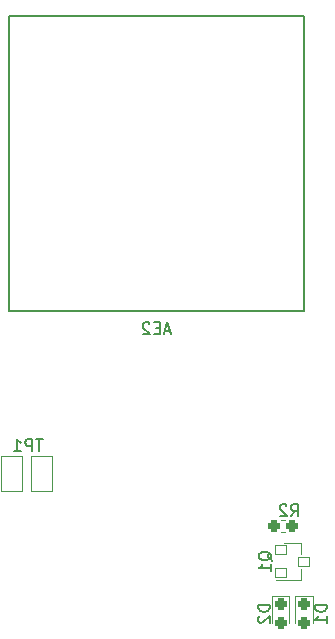
<source format=gbr>
%TF.GenerationSoftware,KiCad,Pcbnew,6.0.11+dfsg-1*%
%TF.CreationDate,2024-04-11T02:19:39+03:00*%
%TF.ProjectId,LocalTrack,4c6f6361-6c54-4726-9163-6b2e6b696361,1.3*%
%TF.SameCoordinates,PX7270e00PY47868c0*%
%TF.FileFunction,Legend,Bot*%
%TF.FilePolarity,Positive*%
%FSLAX46Y46*%
G04 Gerber Fmt 4.6, Leading zero omitted, Abs format (unit mm)*
G04 Created by KiCad (PCBNEW 6.0.11+dfsg-1) date 2024-04-11 02:19:39*
%MOMM*%
%LPD*%
G01*
G04 APERTURE LIST*
G04 Aperture macros list*
%AMRoundRect*
0 Rectangle with rounded corners*
0 $1 Rounding radius*
0 $2 $3 $4 $5 $6 $7 $8 $9 X,Y pos of 4 corners*
0 Add a 4 corners polygon primitive as box body*
4,1,4,$2,$3,$4,$5,$6,$7,$8,$9,$2,$3,0*
0 Add four circle primitives for the rounded corners*
1,1,$1+$1,$2,$3*
1,1,$1+$1,$4,$5*
1,1,$1+$1,$6,$7*
1,1,$1+$1,$8,$9*
0 Add four rect primitives between the rounded corners*
20,1,$1+$1,$2,$3,$4,$5,0*
20,1,$1+$1,$4,$5,$6,$7,0*
20,1,$1+$1,$6,$7,$8,$9,0*
20,1,$1+$1,$8,$9,$2,$3,0*%
G04 Aperture macros list end*
%ADD10C,0.150000*%
%ADD11C,0.120000*%
%ADD12C,0.700000*%
%ADD13O,1.200000X1.900000*%
%ADD14C,3.300000*%
%ADD15RoundRect,0.050000X0.850000X0.850000X-0.850000X0.850000X-0.850000X-0.850000X0.850000X-0.850000X0*%
%ADD16O,1.800000X1.800000*%
%ADD17RoundRect,0.299600X-0.625400X0.350400X-0.625400X-0.350400X0.625400X-0.350400X0.625400X0.350400X0*%
%ADD18O,1.850000X1.300000*%
%ADD19RoundRect,0.268750X-0.218750X-0.256250X0.218750X-0.256250X0.218750X0.256250X-0.218750X0.256250X0*%
%ADD20RoundRect,0.268750X-0.256250X0.218750X-0.256250X-0.218750X0.256250X-0.218750X0.256250X0.218750X0*%
%ADD21C,1.600000*%
%ADD22RoundRect,0.050000X-0.450000X-0.400000X0.450000X-0.400000X0.450000X0.400000X-0.450000X0.400000X0*%
%ADD23RoundRect,0.050000X0.900000X1.500000X-0.900000X1.500000X-0.900000X-1.500000X0.900000X-1.500000X0*%
G04 APERTURE END LIST*
D10*
X36366666Y-64352380D02*
X36700000Y-63876190D01*
X36938095Y-64352380D02*
X36938095Y-63352380D01*
X36557142Y-63352380D01*
X36461904Y-63400000D01*
X36414285Y-63447619D01*
X36366666Y-63542857D01*
X36366666Y-63685714D01*
X36414285Y-63780952D01*
X36461904Y-63828571D01*
X36557142Y-63876190D01*
X36938095Y-63876190D01*
X35985714Y-63447619D02*
X35938095Y-63400000D01*
X35842857Y-63352380D01*
X35604761Y-63352380D01*
X35509523Y-63400000D01*
X35461904Y-63447619D01*
X35414285Y-63542857D01*
X35414285Y-63638095D01*
X35461904Y-63780952D01*
X36033333Y-64352380D01*
X35414285Y-64352380D01*
X34602380Y-71861904D02*
X33602380Y-71861904D01*
X33602380Y-72100000D01*
X33650000Y-72242857D01*
X33745238Y-72338095D01*
X33840476Y-72385714D01*
X34030952Y-72433333D01*
X34173809Y-72433333D01*
X34364285Y-72385714D01*
X34459523Y-72338095D01*
X34554761Y-72242857D01*
X34602380Y-72100000D01*
X34602380Y-71861904D01*
X33697619Y-72814285D02*
X33650000Y-72861904D01*
X33602380Y-72957142D01*
X33602380Y-73195238D01*
X33650000Y-73290476D01*
X33697619Y-73338095D01*
X33792857Y-73385714D01*
X33888095Y-73385714D01*
X34030952Y-73338095D01*
X34602380Y-72766666D01*
X34602380Y-73385714D01*
X26166666Y-48666666D02*
X25690476Y-48666666D01*
X26261904Y-48952380D02*
X25928571Y-47952380D01*
X25595238Y-48952380D01*
X25261904Y-48428571D02*
X24928571Y-48428571D01*
X24785714Y-48952380D02*
X25261904Y-48952380D01*
X25261904Y-47952380D01*
X24785714Y-47952380D01*
X24404761Y-48047619D02*
X24357142Y-48000000D01*
X24261904Y-47952380D01*
X24023809Y-47952380D01*
X23928571Y-48000000D01*
X23880952Y-48047619D01*
X23833333Y-48142857D01*
X23833333Y-48238095D01*
X23880952Y-48380952D01*
X24452380Y-48952380D01*
X23833333Y-48952380D01*
X39402380Y-71861904D02*
X38402380Y-71861904D01*
X38402380Y-72100000D01*
X38450000Y-72242857D01*
X38545238Y-72338095D01*
X38640476Y-72385714D01*
X38830952Y-72433333D01*
X38973809Y-72433333D01*
X39164285Y-72385714D01*
X39259523Y-72338095D01*
X39354761Y-72242857D01*
X39402380Y-72100000D01*
X39402380Y-71861904D01*
X39402380Y-73385714D02*
X39402380Y-72814285D01*
X39402380Y-73100000D02*
X38402380Y-73100000D01*
X38545238Y-73004761D01*
X38640476Y-72909523D01*
X38688095Y-72814285D01*
X34747619Y-68104761D02*
X34700000Y-68009523D01*
X34604761Y-67914285D01*
X34461904Y-67771428D01*
X34414285Y-67676190D01*
X34414285Y-67580952D01*
X34652380Y-67628571D02*
X34604761Y-67533333D01*
X34509523Y-67438095D01*
X34319047Y-67390476D01*
X33985714Y-67390476D01*
X33795238Y-67438095D01*
X33700000Y-67533333D01*
X33652380Y-67628571D01*
X33652380Y-67819047D01*
X33700000Y-67914285D01*
X33795238Y-68009523D01*
X33985714Y-68057142D01*
X34319047Y-68057142D01*
X34509523Y-68009523D01*
X34604761Y-67914285D01*
X34652380Y-67819047D01*
X34652380Y-67628571D01*
X34652380Y-69009523D02*
X34652380Y-68438095D01*
X34652380Y-68723809D02*
X33652380Y-68723809D01*
X33795238Y-68628571D01*
X33890476Y-68533333D01*
X33938095Y-68438095D01*
X15361904Y-57852380D02*
X14790476Y-57852380D01*
X15076190Y-58852380D02*
X15076190Y-57852380D01*
X14457142Y-58852380D02*
X14457142Y-57852380D01*
X14076190Y-57852380D01*
X13980952Y-57900000D01*
X13933333Y-57947619D01*
X13885714Y-58042857D01*
X13885714Y-58185714D01*
X13933333Y-58280952D01*
X13980952Y-58328571D01*
X14076190Y-58376190D01*
X14457142Y-58376190D01*
X12933333Y-58852380D02*
X13504761Y-58852380D01*
X13219047Y-58852380D02*
X13219047Y-57852380D01*
X13314285Y-57995238D01*
X13409523Y-58090476D01*
X13504761Y-58138095D01*
D11*
X35537221Y-64690000D02*
X35862779Y-64690000D01*
X35537221Y-65710000D02*
X35862779Y-65710000D01*
X34765000Y-71115000D02*
X36235000Y-71115000D01*
X34765000Y-73400000D02*
X34765000Y-71115000D01*
X36235000Y-71115000D02*
X36235000Y-73400000D01*
D10*
X37500000Y-47000000D02*
X37500000Y-22000000D01*
X12500000Y-22000000D02*
X37500000Y-22000000D01*
X12500000Y-47000000D02*
X37500000Y-47000000D01*
X12500000Y-47000000D02*
X12500000Y-22000000D01*
D11*
X36765000Y-73400000D02*
X36765000Y-71115000D01*
X36765000Y-71115000D02*
X38235000Y-71115000D01*
X38235000Y-71115000D02*
X38235000Y-73400000D01*
X37260000Y-69780000D02*
X37260000Y-68850000D01*
X37260000Y-66620000D02*
X35800000Y-66620000D01*
X37260000Y-66620000D02*
X37260000Y-67550000D01*
X37260000Y-69780000D02*
X35100000Y-69780000D01*
%LPC*%
D12*
X34500000Y-70700000D03*
X38500000Y-70700000D03*
D13*
X40100000Y-72800000D03*
X40100000Y-69300000D03*
X32900000Y-72800000D03*
X32900000Y-69300000D03*
D14*
X5000000Y-62500000D03*
X45000000Y-62500000D03*
X45000000Y-12500000D03*
X5000000Y-12500000D03*
D15*
X45700000Y-54900000D03*
D16*
X45700000Y-52360000D03*
X45700000Y-49820000D03*
X45700000Y-47280000D03*
X45700000Y-44740000D03*
D17*
X5300000Y-52300000D03*
D18*
X5300000Y-54300000D03*
D19*
X34912500Y-65200000D03*
X36487500Y-65200000D03*
D20*
X35500000Y-71812500D03*
X35500000Y-73387500D03*
D21*
X25000000Y-37500000D03*
D20*
X37500000Y-71812500D03*
X37500000Y-73387500D03*
D22*
X35500000Y-69150000D03*
X35500000Y-67250000D03*
X37500000Y-68200000D03*
D23*
X15300000Y-60800000D03*
X12800000Y-60800000D03*
M02*

</source>
